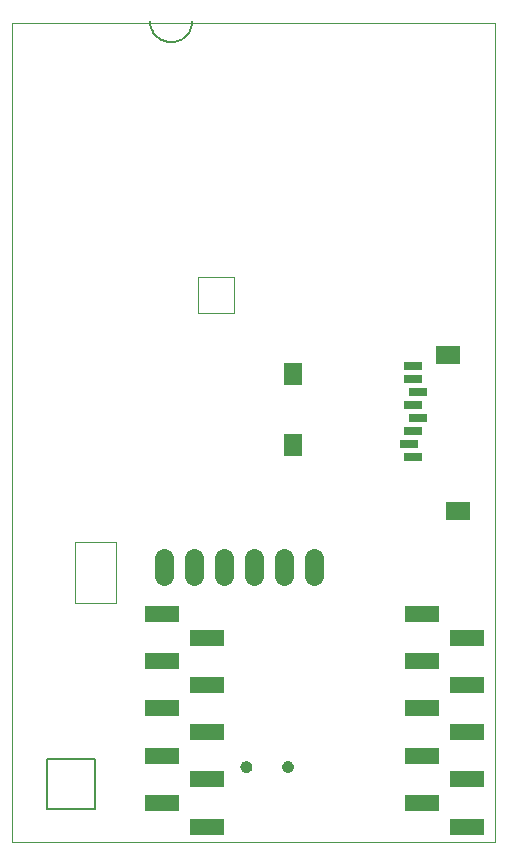
<source format=gbs>
G75*
G70*
%OFA0B0*%
%FSLAX24Y24*%
%IPPOS*%
%LPD*%
%AMOC8*
5,1,8,0,0,1.08239X$1,22.5*
%
%ADD10C,0.0000*%
%ADD11C,0.0020*%
%ADD12R,0.0788X0.0591*%
%ADD13R,0.0591X0.0749*%
%ADD14R,0.0631X0.0316*%
%ADD15C,0.0394*%
%ADD16C,0.0005*%
%ADD17C,0.0640*%
%ADD18R,0.1142X0.0540*%
%ADD19C,0.0050*%
D10*
X000702Y002192D02*
X000702Y029507D01*
X016812Y029507D01*
X016792Y002192D01*
X000702Y002192D01*
X008328Y004719D02*
X008330Y004745D01*
X008336Y004771D01*
X008346Y004796D01*
X008359Y004819D01*
X008375Y004839D01*
X008395Y004857D01*
X008417Y004872D01*
X008440Y004884D01*
X008466Y004892D01*
X008492Y004896D01*
X008518Y004896D01*
X008544Y004892D01*
X008570Y004884D01*
X008594Y004872D01*
X008615Y004857D01*
X008635Y004839D01*
X008651Y004819D01*
X008664Y004796D01*
X008674Y004771D01*
X008680Y004745D01*
X008682Y004719D01*
X008680Y004693D01*
X008674Y004667D01*
X008664Y004642D01*
X008651Y004619D01*
X008635Y004599D01*
X008615Y004581D01*
X008593Y004566D01*
X008570Y004554D01*
X008544Y004546D01*
X008518Y004542D01*
X008492Y004542D01*
X008466Y004546D01*
X008440Y004554D01*
X008416Y004566D01*
X008395Y004581D01*
X008375Y004599D01*
X008359Y004619D01*
X008346Y004642D01*
X008336Y004667D01*
X008330Y004693D01*
X008328Y004719D01*
X009706Y004719D02*
X009708Y004745D01*
X009714Y004771D01*
X009724Y004796D01*
X009737Y004819D01*
X009753Y004839D01*
X009773Y004857D01*
X009795Y004872D01*
X009818Y004884D01*
X009844Y004892D01*
X009870Y004896D01*
X009896Y004896D01*
X009922Y004892D01*
X009948Y004884D01*
X009972Y004872D01*
X009993Y004857D01*
X010013Y004839D01*
X010029Y004819D01*
X010042Y004796D01*
X010052Y004771D01*
X010058Y004745D01*
X010060Y004719D01*
X010058Y004693D01*
X010052Y004667D01*
X010042Y004642D01*
X010029Y004619D01*
X010013Y004599D01*
X009993Y004581D01*
X009971Y004566D01*
X009948Y004554D01*
X009922Y004546D01*
X009896Y004542D01*
X009870Y004542D01*
X009844Y004546D01*
X009818Y004554D01*
X009794Y004566D01*
X009773Y004581D01*
X009753Y004599D01*
X009737Y004619D01*
X009724Y004642D01*
X009714Y004667D01*
X009708Y004693D01*
X009706Y004719D01*
D11*
X004174Y010164D02*
X002796Y010164D01*
X002796Y012192D01*
X002796Y012212D02*
X004174Y012212D01*
X004174Y010164D01*
D12*
X015221Y018432D03*
X015576Y013235D03*
D13*
X010064Y015440D03*
X010064Y017802D03*
D14*
X013922Y015479D03*
X014080Y015046D03*
X014080Y015912D03*
X014237Y016345D03*
X014080Y016778D03*
X014237Y017212D03*
X014080Y017645D03*
X014080Y018078D03*
D15*
X009883Y004719D03*
X008505Y004719D03*
D16*
X008083Y019849D02*
X006902Y019849D01*
X006902Y021030D01*
X008083Y021030D01*
X008083Y019849D01*
D17*
X007769Y011677D02*
X007769Y011077D01*
X006769Y011077D02*
X006769Y011677D01*
X005769Y011677D02*
X005769Y011077D01*
X008769Y011077D02*
X008769Y011677D01*
X009769Y011677D02*
X009769Y011077D01*
X010769Y011077D02*
X010769Y011677D01*
D18*
X014360Y009810D03*
X014360Y008235D03*
X014360Y006660D03*
X014360Y005086D03*
X014360Y003511D03*
X015862Y004298D03*
X015862Y002723D03*
X015862Y005873D03*
X015862Y007448D03*
X015862Y009023D03*
X007201Y009023D03*
X007201Y007448D03*
X007201Y005873D03*
X007201Y004298D03*
X007201Y002723D03*
X005698Y003511D03*
X005698Y005086D03*
X005698Y006660D03*
X005698Y008235D03*
X005698Y009810D03*
D19*
X003454Y004973D02*
X001879Y004973D01*
X001879Y003300D01*
X003454Y003300D01*
X003454Y004973D01*
X005294Y029579D02*
X005296Y029527D01*
X005302Y029476D01*
X005311Y029425D01*
X005324Y029375D01*
X005341Y029326D01*
X005361Y029278D01*
X005385Y029232D01*
X005412Y029188D01*
X005442Y029146D01*
X005475Y029106D01*
X005511Y029069D01*
X005549Y029034D01*
X005590Y029002D01*
X005634Y028974D01*
X005679Y028948D01*
X005726Y028926D01*
X005774Y028908D01*
X005824Y028893D01*
X005874Y028882D01*
X005925Y028874D01*
X005977Y028870D01*
X006029Y028870D01*
X006081Y028874D01*
X006132Y028882D01*
X006182Y028893D01*
X006232Y028908D01*
X006280Y028926D01*
X006327Y028948D01*
X006372Y028974D01*
X006416Y029002D01*
X006457Y029034D01*
X006495Y029069D01*
X006531Y029106D01*
X006564Y029146D01*
X006594Y029188D01*
X006621Y029232D01*
X006645Y029278D01*
X006665Y029326D01*
X006682Y029375D01*
X006695Y029425D01*
X006704Y029476D01*
X006710Y029527D01*
X006712Y029579D01*
M02*

</source>
